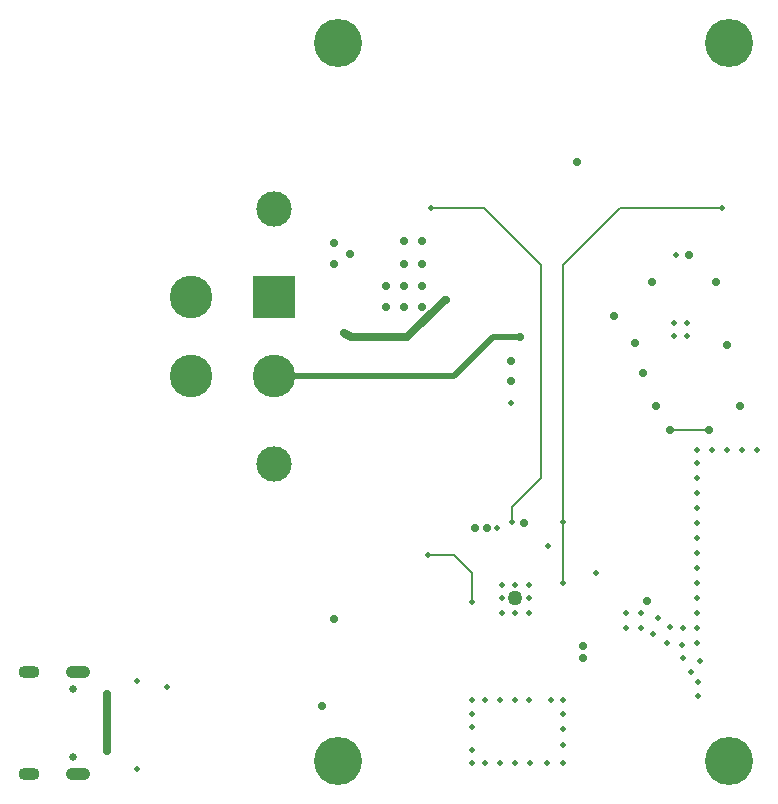
<source format=gbl>
%FSTAX23Y23*%
%MOIN*%
%SFA1B1*%

%IPPOS*%
%AMD59*
4,1,8,0.035400,0.000000,0.035400,0.000000,0.015700,0.019700,-0.015700,0.019700,-0.035400,0.000000,-0.035400,0.000000,-0.015700,-0.019700,0.015700,-0.019700,0.035400,0.000000,0.0*
1,1,0.039370,0.015700,0.000000*
1,1,0.039370,0.015700,0.000000*
1,1,0.039370,-0.015700,0.000000*
1,1,0.039370,-0.015700,0.000000*
%
%AMD60*
4,1,8,0.041300,0.000000,0.041300,0.000000,0.021700,0.019700,-0.021700,0.019700,-0.041300,0.000000,-0.041300,0.000000,-0.021700,-0.019700,0.021700,-0.019700,0.041300,0.000000,0.0*
1,1,0.039370,0.021700,0.000000*
1,1,0.039370,0.021700,0.000000*
1,1,0.039370,-0.021700,0.000000*
1,1,0.039370,-0.021700,0.000000*
%
%ADD49C,0.008000*%
%ADD52C,0.020000*%
%ADD54C,0.025000*%
%ADD56C,0.117716*%
%ADD57C,0.141968*%
%ADD58R,0.141968X0.141968*%
G04~CAMADD=59~8~0.0~0.0~393.7~708.7~196.9~0.0~15~0.0~0.0~0.0~0.0~0~0.0~0.0~0.0~0.0~0~0.0~0.0~0.0~270.0~707.0~393.0*
%ADD59D59*%
G04~CAMADD=60~8~0.0~0.0~393.7~826.8~196.9~0.0~15~0.0~0.0~0.0~0.0~0~0.0~0.0~0.0~0.0~0~0.0~0.0~0.0~270.0~828.0~394.0*
%ADD60D60*%
%ADD61C,0.025591*%
%ADD62C,0.020000*%
%ADD63C,0.028000*%
%ADD64C,0.160000*%
%ADD65C,0.050000*%
%ADD66C,0.019685*%
%LNpcb-1*%
%LPD*%
G54D49*
X0192Y0175D02*
X0211Y0194D01*
X0245*
X0192Y00895D02*
Y0175D01*
X01655Y0194D02*
X01845Y0175D01*
X0148Y0194D02*
X01655D01*
X0175Y00895D02*
Y00945D01*
X01845Y0104*
Y0175*
X02275Y012D02*
X02405D01*
X0192Y0069D02*
Y00895D01*
X0147Y00785D02*
X01555D01*
X01615Y00725*
Y00629D02*
Y00725D01*
G54D52*
X00955Y0138D02*
X01555D01*
X01685Y0151D02*
X01775D01*
X01555Y0138D02*
X01685Y0151D01*
G54D54*
X0119Y01525D02*
D01*
X01192Y01522*
X01195Y0152*
X01198Y01518*
X01201Y01516*
X01204Y01514*
X01207Y01513*
X01211Y01512*
X01214Y01511*
X01218Y0151*
X01221Y0151*
X01225Y0151*
X01226Y0151*
X014*
X01524Y01634*
X01529*
X0153Y01635*
X004Y0013D02*
Y0032D01*
G54D56*
X00955Y01937D03*
Y01087D03*
G54D57*
X0068Y01645D03*
Y0138D03*
X00955D03*
G54D58*
X00955Y01645D03*
G54D59*
X00139Y00395D03*
Y00054D03*
G54D60*
X00303Y00395D03*
Y00054D03*
G54D61*
X00284Y00338D03*
Y00111D03*
G54D62*
X0148Y0194D03*
X006Y00345D03*
X005Y00365D03*
X02365Y01135D03*
X02415D03*
X02565D03*
X02515D03*
X02465D03*
X0237Y00315D03*
Y0036D03*
X02345Y00395D03*
X0232Y0044D03*
X02315Y00485D03*
X02265Y0049D03*
X0222Y0052D03*
X0218Y0054D03*
X0213D03*
Y0059D03*
X0218D03*
X02235Y00575D03*
X02275Y00545D03*
X0232Y0054D03*
X02365Y0049D03*
Y0054D03*
Y0059D03*
Y0064D03*
Y0069D03*
Y0074D03*
Y0079D03*
Y0084D03*
Y0089D03*
Y0094D03*
Y0099D03*
Y0104D03*
Y0109D03*
X02375Y0043D03*
X0203Y00725D03*
X0175Y00895D03*
X0245Y0194D03*
X0192Y00895D03*
Y0069D03*
X017Y00875D03*
X0147Y00785D03*
X01615Y00629D03*
X0187Y00815D03*
X02295Y01785D03*
X01615Y00135D03*
Y003D03*
Y00255D03*
Y0021D03*
X0192Y0015D03*
X01615Y0009D03*
X0166D03*
X0171D03*
X0176D03*
X0181D03*
X01865D03*
X0192D03*
Y00205D03*
Y00255D03*
Y003D03*
X01877D03*
X0166D03*
X01805D03*
X0171D03*
X0176D03*
X01805Y0059D03*
X01715Y0059D03*
X0176D03*
X01715Y0064D03*
X005Y0007D03*
X01745Y0129D03*
X01715Y00685D03*
X01805Y0064D03*
Y00685D03*
X0176D03*
G54D63*
X01115Y0028D03*
X02275Y012D03*
X02405D03*
X022Y0063D03*
X02428Y01695D03*
X01985Y0044D03*
Y0048D03*
X01745Y01365D03*
Y0143D03*
X01665Y00875D03*
X01625D03*
X01155Y0057D03*
X0179Y0089D03*
X02185Y0139D03*
X0234Y01785D03*
X01155Y01755D03*
X0251Y0128D03*
X0223D03*
X0216Y0149D03*
X02088Y01581D03*
X02215Y01695D03*
X02465Y01485D03*
X01965Y02095D03*
X01775Y0151D03*
X0153Y01635D03*
X0133Y0161D03*
X0145Y0183D03*
Y01755D03*
Y0168D03*
Y0161D03*
X0139D03*
X0133Y0168D03*
X0139D03*
Y01755D03*
Y0183D03*
X01207Y01789D03*
X0119Y01525D03*
X01155Y01825D03*
X014Y0151D03*
X004Y0032D03*
Y0013D03*
G54D64*
X02473Y00098D03*
X02473Y0249D03*
X0117Y00098D03*
Y0249D03*
G54D65*
X0176Y0064D03*
G54D66*
X02331Y01513D03*
X02288D03*
Y01556D03*
X02331D03*
M02*
</source>
